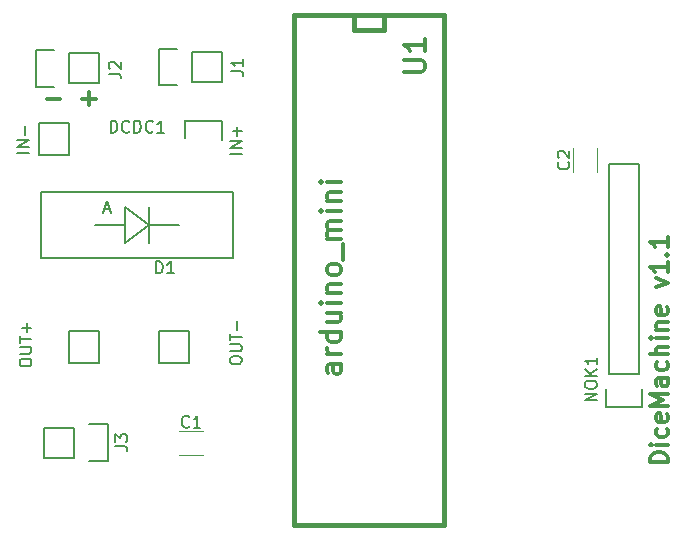
<source format=gto>
G04 #@! TF.FileFunction,Legend,Top*
%FSLAX46Y46*%
G04 Gerber Fmt 4.6, Leading zero omitted, Abs format (unit mm)*
G04 Created by KiCad (PCBNEW 4.0.7) date 11/26/17 20:16:53*
%MOMM*%
%LPD*%
G01*
G04 APERTURE LIST*
%ADD10C,0.100000*%
%ADD11C,0.300000*%
%ADD12C,0.150000*%
%ADD13C,0.381000*%
%ADD14C,0.120000*%
%ADD15C,0.304800*%
G04 APERTURE END LIST*
D10*
D11*
X158598571Y-106229999D02*
X157098571Y-106229999D01*
X157098571Y-105872856D01*
X157170000Y-105658571D01*
X157312857Y-105515713D01*
X157455714Y-105444285D01*
X157741429Y-105372856D01*
X157955714Y-105372856D01*
X158241429Y-105444285D01*
X158384286Y-105515713D01*
X158527143Y-105658571D01*
X158598571Y-105872856D01*
X158598571Y-106229999D01*
X158598571Y-104729999D02*
X157598571Y-104729999D01*
X157098571Y-104729999D02*
X157170000Y-104801428D01*
X157241429Y-104729999D01*
X157170000Y-104658571D01*
X157098571Y-104729999D01*
X157241429Y-104729999D01*
X158527143Y-103372856D02*
X158598571Y-103515713D01*
X158598571Y-103801427D01*
X158527143Y-103944285D01*
X158455714Y-104015713D01*
X158312857Y-104087142D01*
X157884286Y-104087142D01*
X157741429Y-104015713D01*
X157670000Y-103944285D01*
X157598571Y-103801427D01*
X157598571Y-103515713D01*
X157670000Y-103372856D01*
X158527143Y-102158571D02*
X158598571Y-102301428D01*
X158598571Y-102587142D01*
X158527143Y-102729999D01*
X158384286Y-102801428D01*
X157812857Y-102801428D01*
X157670000Y-102729999D01*
X157598571Y-102587142D01*
X157598571Y-102301428D01*
X157670000Y-102158571D01*
X157812857Y-102087142D01*
X157955714Y-102087142D01*
X158098571Y-102801428D01*
X158598571Y-101444285D02*
X157098571Y-101444285D01*
X158170000Y-100944285D01*
X157098571Y-100444285D01*
X158598571Y-100444285D01*
X158598571Y-99087142D02*
X157812857Y-99087142D01*
X157670000Y-99158571D01*
X157598571Y-99301428D01*
X157598571Y-99587142D01*
X157670000Y-99729999D01*
X158527143Y-99087142D02*
X158598571Y-99229999D01*
X158598571Y-99587142D01*
X158527143Y-99729999D01*
X158384286Y-99801428D01*
X158241429Y-99801428D01*
X158098571Y-99729999D01*
X158027143Y-99587142D01*
X158027143Y-99229999D01*
X157955714Y-99087142D01*
X158527143Y-97729999D02*
X158598571Y-97872856D01*
X158598571Y-98158570D01*
X158527143Y-98301428D01*
X158455714Y-98372856D01*
X158312857Y-98444285D01*
X157884286Y-98444285D01*
X157741429Y-98372856D01*
X157670000Y-98301428D01*
X157598571Y-98158570D01*
X157598571Y-97872856D01*
X157670000Y-97729999D01*
X158598571Y-97087142D02*
X157098571Y-97087142D01*
X158598571Y-96444285D02*
X157812857Y-96444285D01*
X157670000Y-96515714D01*
X157598571Y-96658571D01*
X157598571Y-96872856D01*
X157670000Y-97015714D01*
X157741429Y-97087142D01*
X158598571Y-95729999D02*
X157598571Y-95729999D01*
X157098571Y-95729999D02*
X157170000Y-95801428D01*
X157241429Y-95729999D01*
X157170000Y-95658571D01*
X157098571Y-95729999D01*
X157241429Y-95729999D01*
X157598571Y-95015713D02*
X158598571Y-95015713D01*
X157741429Y-95015713D02*
X157670000Y-94944285D01*
X157598571Y-94801427D01*
X157598571Y-94587142D01*
X157670000Y-94444285D01*
X157812857Y-94372856D01*
X158598571Y-94372856D01*
X158527143Y-93087142D02*
X158598571Y-93229999D01*
X158598571Y-93515713D01*
X158527143Y-93658570D01*
X158384286Y-93729999D01*
X157812857Y-93729999D01*
X157670000Y-93658570D01*
X157598571Y-93515713D01*
X157598571Y-93229999D01*
X157670000Y-93087142D01*
X157812857Y-93015713D01*
X157955714Y-93015713D01*
X158098571Y-93729999D01*
X157598571Y-91372856D02*
X158598571Y-91015713D01*
X157598571Y-90658571D01*
X158598571Y-89301428D02*
X158598571Y-90158571D01*
X158598571Y-89729999D02*
X157098571Y-89729999D01*
X157312857Y-89872856D01*
X157455714Y-90015714D01*
X157527143Y-90158571D01*
X158455714Y-88658571D02*
X158527143Y-88587143D01*
X158598571Y-88658571D01*
X158527143Y-88730000D01*
X158455714Y-88658571D01*
X158598571Y-88658571D01*
X158598571Y-87158571D02*
X158598571Y-88015714D01*
X158598571Y-87587142D02*
X157098571Y-87587142D01*
X157312857Y-87729999D01*
X157455714Y-87872857D01*
X157527143Y-88015714D01*
X110161428Y-75442857D02*
X109018571Y-75442857D01*
X109590000Y-74871429D02*
X109590000Y-76014286D01*
X107161428Y-75442857D02*
X106018571Y-75442857D01*
D12*
X114683080Y-86170000D02*
X117223080Y-86170000D01*
X112651080Y-86170000D02*
X110111080Y-86170000D01*
X114683080Y-86170000D02*
X112651080Y-87694000D01*
X112651080Y-87694000D02*
X112651080Y-84646000D01*
X112651080Y-84646000D02*
X114683080Y-86170000D01*
X114683080Y-87694000D02*
X114683080Y-84646000D01*
X105539080Y-83376000D02*
X105539080Y-88964000D01*
X105539080Y-88964000D02*
X121795080Y-88964000D01*
X121795080Y-88964000D02*
X121795080Y-83376000D01*
X121795080Y-83376000D02*
X105539080Y-83376000D01*
X118040000Y-97790000D02*
X118040000Y-95110000D01*
X118040000Y-95110000D02*
X115500000Y-95110000D01*
X115500000Y-95110000D02*
X115500000Y-97790000D01*
X115500000Y-97790000D02*
X118040000Y-97790000D01*
X107900000Y-97790000D02*
X110440000Y-97790000D01*
X107900000Y-95110000D02*
X107900000Y-97790000D01*
X110440000Y-95110000D02*
X107900000Y-95110000D01*
X110440000Y-97790000D02*
X110440000Y-95110000D01*
X107940000Y-80190000D02*
X107940000Y-77510000D01*
X107940000Y-77510000D02*
X105400000Y-77510000D01*
X105400000Y-77510000D02*
X105400000Y-80190000D01*
X105400000Y-80190000D02*
X107940000Y-80190000D01*
X117720000Y-78810000D02*
X117720000Y-77260000D01*
X120820000Y-77360000D02*
X120820000Y-78910000D01*
X120820000Y-77310000D02*
X117720000Y-77310000D01*
X118320000Y-71500000D02*
X120860000Y-71500000D01*
X115500000Y-71220000D02*
X117050000Y-71220000D01*
X118320000Y-71500000D02*
X118320000Y-74040000D01*
X117050000Y-74320000D02*
X115500000Y-74320000D01*
X115500000Y-74320000D02*
X115500000Y-71220000D01*
X118320000Y-74040000D02*
X120860000Y-74040000D01*
X120860000Y-74040000D02*
X120860000Y-71500000D01*
X107920000Y-71610000D02*
X110460000Y-71610000D01*
X105100000Y-71330000D02*
X106650000Y-71330000D01*
X107920000Y-71610000D02*
X107920000Y-74150000D01*
X106650000Y-74430000D02*
X105100000Y-74430000D01*
X105100000Y-74430000D02*
X105100000Y-71330000D01*
X107920000Y-74150000D02*
X110460000Y-74150000D01*
X110460000Y-74150000D02*
X110460000Y-71610000D01*
X108360000Y-105840000D02*
X105820000Y-105840000D01*
X111180000Y-106120000D02*
X109630000Y-106120000D01*
X108360000Y-105840000D02*
X108360000Y-103300000D01*
X109630000Y-103020000D02*
X111180000Y-103020000D01*
X111180000Y-103020000D02*
X111180000Y-106120000D01*
X108360000Y-103300000D02*
X105820000Y-103300000D01*
X105820000Y-103300000D02*
X105820000Y-105840000D01*
X153610000Y-98730000D02*
X153610000Y-80950000D01*
X153610000Y-80950000D02*
X156150000Y-80950000D01*
X156150000Y-80950000D02*
X156150000Y-98730000D01*
X153330000Y-101550000D02*
X153330000Y-100000000D01*
X153610000Y-98730000D02*
X156150000Y-98730000D01*
X156430000Y-100000000D02*
X156430000Y-101550000D01*
X156430000Y-101550000D02*
X153330000Y-101550000D01*
D13*
X139640000Y-68350000D02*
X139640000Y-111530000D01*
X139640000Y-111530000D02*
X126940000Y-111530000D01*
X126940000Y-111530000D02*
X126940000Y-68350000D01*
X126940000Y-68350000D02*
X139640000Y-68350000D01*
X132020000Y-68350000D02*
X132020000Y-69620000D01*
X132020000Y-69620000D02*
X134560000Y-69620000D01*
X134560000Y-69620000D02*
X134560000Y-68350000D01*
D14*
X119240000Y-103570000D02*
X117240000Y-103570000D01*
X117240000Y-105610000D02*
X119240000Y-105610000D01*
X150550000Y-79650000D02*
X150550000Y-81650000D01*
X152590000Y-81650000D02*
X152590000Y-79650000D01*
D12*
X115261905Y-90222381D02*
X115261905Y-89222381D01*
X115500000Y-89222381D01*
X115642858Y-89270000D01*
X115738096Y-89365238D01*
X115785715Y-89460476D01*
X115833334Y-89650952D01*
X115833334Y-89793810D01*
X115785715Y-89984286D01*
X115738096Y-90079524D01*
X115642858Y-90174762D01*
X115500000Y-90222381D01*
X115261905Y-90222381D01*
X116785715Y-90222381D02*
X116214286Y-90222381D01*
X116500000Y-90222381D02*
X116500000Y-89222381D01*
X116404762Y-89365238D01*
X116309524Y-89460476D01*
X116214286Y-89508095D01*
X110888985Y-84812667D02*
X111365176Y-84812667D01*
X110793747Y-85098381D02*
X111127080Y-84098381D01*
X111460414Y-85098381D01*
X111431905Y-78312381D02*
X111431905Y-77312381D01*
X111670000Y-77312381D01*
X111812858Y-77360000D01*
X111908096Y-77455238D01*
X111955715Y-77550476D01*
X112003334Y-77740952D01*
X112003334Y-77883810D01*
X111955715Y-78074286D01*
X111908096Y-78169524D01*
X111812858Y-78264762D01*
X111670000Y-78312381D01*
X111431905Y-78312381D01*
X113003334Y-78217143D02*
X112955715Y-78264762D01*
X112812858Y-78312381D01*
X112717620Y-78312381D01*
X112574762Y-78264762D01*
X112479524Y-78169524D01*
X112431905Y-78074286D01*
X112384286Y-77883810D01*
X112384286Y-77740952D01*
X112431905Y-77550476D01*
X112479524Y-77455238D01*
X112574762Y-77360000D01*
X112717620Y-77312381D01*
X112812858Y-77312381D01*
X112955715Y-77360000D01*
X113003334Y-77407619D01*
X113431905Y-78312381D02*
X113431905Y-77312381D01*
X113670000Y-77312381D01*
X113812858Y-77360000D01*
X113908096Y-77455238D01*
X113955715Y-77550476D01*
X114003334Y-77740952D01*
X114003334Y-77883810D01*
X113955715Y-78074286D01*
X113908096Y-78169524D01*
X113812858Y-78264762D01*
X113670000Y-78312381D01*
X113431905Y-78312381D01*
X115003334Y-78217143D02*
X114955715Y-78264762D01*
X114812858Y-78312381D01*
X114717620Y-78312381D01*
X114574762Y-78264762D01*
X114479524Y-78169524D01*
X114431905Y-78074286D01*
X114384286Y-77883810D01*
X114384286Y-77740952D01*
X114431905Y-77550476D01*
X114479524Y-77455238D01*
X114574762Y-77360000D01*
X114717620Y-77312381D01*
X114812858Y-77312381D01*
X114955715Y-77360000D01*
X115003334Y-77407619D01*
X115955715Y-78312381D02*
X115384286Y-78312381D01*
X115670000Y-78312381D02*
X115670000Y-77312381D01*
X115574762Y-77455238D01*
X115479524Y-77550476D01*
X115384286Y-77598095D01*
X121522381Y-97679048D02*
X121522381Y-97488571D01*
X121570000Y-97393333D01*
X121665238Y-97298095D01*
X121855714Y-97250476D01*
X122189048Y-97250476D01*
X122379524Y-97298095D01*
X122474762Y-97393333D01*
X122522381Y-97488571D01*
X122522381Y-97679048D01*
X122474762Y-97774286D01*
X122379524Y-97869524D01*
X122189048Y-97917143D01*
X121855714Y-97917143D01*
X121665238Y-97869524D01*
X121570000Y-97774286D01*
X121522381Y-97679048D01*
X121522381Y-96821905D02*
X122331905Y-96821905D01*
X122427143Y-96774286D01*
X122474762Y-96726667D01*
X122522381Y-96631429D01*
X122522381Y-96440952D01*
X122474762Y-96345714D01*
X122427143Y-96298095D01*
X122331905Y-96250476D01*
X121522381Y-96250476D01*
X121522381Y-95917143D02*
X121522381Y-95345714D01*
X122522381Y-95631429D02*
X121522381Y-95631429D01*
X122141429Y-95012381D02*
X122141429Y-94250476D01*
X103722381Y-97879048D02*
X103722381Y-97688571D01*
X103770000Y-97593333D01*
X103865238Y-97498095D01*
X104055714Y-97450476D01*
X104389048Y-97450476D01*
X104579524Y-97498095D01*
X104674762Y-97593333D01*
X104722381Y-97688571D01*
X104722381Y-97879048D01*
X104674762Y-97974286D01*
X104579524Y-98069524D01*
X104389048Y-98117143D01*
X104055714Y-98117143D01*
X103865238Y-98069524D01*
X103770000Y-97974286D01*
X103722381Y-97879048D01*
X103722381Y-97021905D02*
X104531905Y-97021905D01*
X104627143Y-96974286D01*
X104674762Y-96926667D01*
X104722381Y-96831429D01*
X104722381Y-96640952D01*
X104674762Y-96545714D01*
X104627143Y-96498095D01*
X104531905Y-96450476D01*
X103722381Y-96450476D01*
X103722381Y-96117143D02*
X103722381Y-95545714D01*
X104722381Y-95831429D02*
X103722381Y-95831429D01*
X104341429Y-95212381D02*
X104341429Y-94450476D01*
X104722381Y-94831428D02*
X103960476Y-94831428D01*
X104522381Y-80002857D02*
X103522381Y-80002857D01*
X104522381Y-79526667D02*
X103522381Y-79526667D01*
X104522381Y-78955238D01*
X103522381Y-78955238D01*
X104141429Y-78479048D02*
X104141429Y-77717143D01*
X122522381Y-80102857D02*
X121522381Y-80102857D01*
X122522381Y-79626667D02*
X121522381Y-79626667D01*
X122522381Y-79055238D01*
X121522381Y-79055238D01*
X122141429Y-78579048D02*
X122141429Y-77817143D01*
X122522381Y-78198095D02*
X121760476Y-78198095D01*
X121662381Y-73113333D02*
X122376667Y-73113333D01*
X122519524Y-73160953D01*
X122614762Y-73256191D01*
X122662381Y-73399048D01*
X122662381Y-73494286D01*
X122662381Y-72113333D02*
X122662381Y-72684762D01*
X122662381Y-72399048D02*
X121662381Y-72399048D01*
X121805238Y-72494286D01*
X121900476Y-72589524D01*
X121948095Y-72684762D01*
X111282381Y-73333333D02*
X111996667Y-73333333D01*
X112139524Y-73380953D01*
X112234762Y-73476191D01*
X112282381Y-73619048D01*
X112282381Y-73714286D01*
X111377619Y-72904762D02*
X111330000Y-72857143D01*
X111282381Y-72761905D01*
X111282381Y-72523809D01*
X111330000Y-72428571D01*
X111377619Y-72380952D01*
X111472857Y-72333333D01*
X111568095Y-72333333D01*
X111710952Y-72380952D01*
X112282381Y-72952381D01*
X112282381Y-72333333D01*
X111842381Y-104873333D02*
X112556667Y-104873333D01*
X112699524Y-104920953D01*
X112794762Y-105016191D01*
X112842381Y-105159048D01*
X112842381Y-105254286D01*
X111842381Y-104492381D02*
X111842381Y-103873333D01*
X112223333Y-104206667D01*
X112223333Y-104063809D01*
X112270952Y-103968571D01*
X112318571Y-103920952D01*
X112413810Y-103873333D01*
X112651905Y-103873333D01*
X112747143Y-103920952D01*
X112794762Y-103968571D01*
X112842381Y-104063809D01*
X112842381Y-104349524D01*
X112794762Y-104444762D01*
X112747143Y-104492381D01*
X152582381Y-100995714D02*
X151582381Y-100995714D01*
X152582381Y-100424285D01*
X151582381Y-100424285D01*
X151582381Y-99757619D02*
X151582381Y-99567142D01*
X151630000Y-99471904D01*
X151725238Y-99376666D01*
X151915714Y-99329047D01*
X152249048Y-99329047D01*
X152439524Y-99376666D01*
X152534762Y-99471904D01*
X152582381Y-99567142D01*
X152582381Y-99757619D01*
X152534762Y-99852857D01*
X152439524Y-99948095D01*
X152249048Y-99995714D01*
X151915714Y-99995714D01*
X151725238Y-99948095D01*
X151630000Y-99852857D01*
X151582381Y-99757619D01*
X152582381Y-98900476D02*
X151582381Y-98900476D01*
X152582381Y-98329047D02*
X152010952Y-98757619D01*
X151582381Y-98329047D02*
X152153810Y-98900476D01*
X152582381Y-97376666D02*
X152582381Y-97948095D01*
X152582381Y-97662381D02*
X151582381Y-97662381D01*
X151725238Y-97757619D01*
X151820476Y-97852857D01*
X151868095Y-97948095D01*
D15*
X136286333Y-73214667D02*
X137725667Y-73214667D01*
X137895000Y-73130000D01*
X137979667Y-73045333D01*
X138064333Y-72876000D01*
X138064333Y-72537333D01*
X137979667Y-72368000D01*
X137895000Y-72283333D01*
X137725667Y-72198667D01*
X136286333Y-72198667D01*
X138064333Y-70420666D02*
X138064333Y-71436666D01*
X138064333Y-70928666D02*
X136286333Y-70928666D01*
X136540333Y-71098000D01*
X136709667Y-71267333D01*
X136794333Y-71436666D01*
X130919333Y-97898669D02*
X129988000Y-97898669D01*
X129818667Y-97983335D01*
X129734000Y-98152669D01*
X129734000Y-98491335D01*
X129818667Y-98660669D01*
X130834667Y-97898669D02*
X130919333Y-98068002D01*
X130919333Y-98491335D01*
X130834667Y-98660669D01*
X130665333Y-98745335D01*
X130496000Y-98745335D01*
X130326667Y-98660669D01*
X130242000Y-98491335D01*
X130242000Y-98068002D01*
X130157333Y-97898669D01*
X130919333Y-97052002D02*
X129734000Y-97052002D01*
X130072667Y-97052002D02*
X129903333Y-96967335D01*
X129818667Y-96882668D01*
X129734000Y-96713335D01*
X129734000Y-96544002D01*
X130919333Y-95189335D02*
X129141333Y-95189335D01*
X130834667Y-95189335D02*
X130919333Y-95358668D01*
X130919333Y-95697335D01*
X130834667Y-95866668D01*
X130750000Y-95951335D01*
X130580667Y-96036001D01*
X130072667Y-96036001D01*
X129903333Y-95951335D01*
X129818667Y-95866668D01*
X129734000Y-95697335D01*
X129734000Y-95358668D01*
X129818667Y-95189335D01*
X129734000Y-93580668D02*
X130919333Y-93580668D01*
X129734000Y-94342668D02*
X130665333Y-94342668D01*
X130834667Y-94258001D01*
X130919333Y-94088668D01*
X130919333Y-93834668D01*
X130834667Y-93665334D01*
X130750000Y-93580668D01*
X130919333Y-92734001D02*
X129734000Y-92734001D01*
X129141333Y-92734001D02*
X129226000Y-92818667D01*
X129310667Y-92734001D01*
X129226000Y-92649334D01*
X129141333Y-92734001D01*
X129310667Y-92734001D01*
X129734000Y-91887334D02*
X130919333Y-91887334D01*
X129903333Y-91887334D02*
X129818667Y-91802667D01*
X129734000Y-91633334D01*
X129734000Y-91379334D01*
X129818667Y-91210000D01*
X129988000Y-91125334D01*
X130919333Y-91125334D01*
X130919333Y-90024667D02*
X130834667Y-90194000D01*
X130750000Y-90278667D01*
X130580667Y-90363333D01*
X130072667Y-90363333D01*
X129903333Y-90278667D01*
X129818667Y-90194000D01*
X129734000Y-90024667D01*
X129734000Y-89770667D01*
X129818667Y-89601333D01*
X129903333Y-89516667D01*
X130072667Y-89432000D01*
X130580667Y-89432000D01*
X130750000Y-89516667D01*
X130834667Y-89601333D01*
X130919333Y-89770667D01*
X130919333Y-90024667D01*
X131088667Y-89093333D02*
X131088667Y-87738666D01*
X130919333Y-87315333D02*
X129734000Y-87315333D01*
X129903333Y-87315333D02*
X129818667Y-87230666D01*
X129734000Y-87061333D01*
X129734000Y-86807333D01*
X129818667Y-86637999D01*
X129988000Y-86553333D01*
X130919333Y-86553333D01*
X129988000Y-86553333D02*
X129818667Y-86468666D01*
X129734000Y-86299333D01*
X129734000Y-86045333D01*
X129818667Y-85875999D01*
X129988000Y-85791333D01*
X130919333Y-85791333D01*
X130919333Y-84944666D02*
X129734000Y-84944666D01*
X129141333Y-84944666D02*
X129226000Y-85029332D01*
X129310667Y-84944666D01*
X129226000Y-84859999D01*
X129141333Y-84944666D01*
X129310667Y-84944666D01*
X129734000Y-84097999D02*
X130919333Y-84097999D01*
X129903333Y-84097999D02*
X129818667Y-84013332D01*
X129734000Y-83843999D01*
X129734000Y-83589999D01*
X129818667Y-83420665D01*
X129988000Y-83335999D01*
X130919333Y-83335999D01*
X130919333Y-82489332D02*
X129734000Y-82489332D01*
X129141333Y-82489332D02*
X129226000Y-82573998D01*
X129310667Y-82489332D01*
X129226000Y-82404665D01*
X129141333Y-82489332D01*
X129310667Y-82489332D01*
D12*
X118073334Y-103197143D02*
X118025715Y-103244762D01*
X117882858Y-103292381D01*
X117787620Y-103292381D01*
X117644762Y-103244762D01*
X117549524Y-103149524D01*
X117501905Y-103054286D01*
X117454286Y-102863810D01*
X117454286Y-102720952D01*
X117501905Y-102530476D01*
X117549524Y-102435238D01*
X117644762Y-102340000D01*
X117787620Y-102292381D01*
X117882858Y-102292381D01*
X118025715Y-102340000D01*
X118073334Y-102387619D01*
X119025715Y-103292381D02*
X118454286Y-103292381D01*
X118740000Y-103292381D02*
X118740000Y-102292381D01*
X118644762Y-102435238D01*
X118549524Y-102530476D01*
X118454286Y-102578095D01*
X150177143Y-80816666D02*
X150224762Y-80864285D01*
X150272381Y-81007142D01*
X150272381Y-81102380D01*
X150224762Y-81245238D01*
X150129524Y-81340476D01*
X150034286Y-81388095D01*
X149843810Y-81435714D01*
X149700952Y-81435714D01*
X149510476Y-81388095D01*
X149415238Y-81340476D01*
X149320000Y-81245238D01*
X149272381Y-81102380D01*
X149272381Y-81007142D01*
X149320000Y-80864285D01*
X149367619Y-80816666D01*
X149367619Y-80435714D02*
X149320000Y-80388095D01*
X149272381Y-80292857D01*
X149272381Y-80054761D01*
X149320000Y-79959523D01*
X149367619Y-79911904D01*
X149462857Y-79864285D01*
X149558095Y-79864285D01*
X149700952Y-79911904D01*
X150272381Y-80483333D01*
X150272381Y-79864285D01*
M02*

</source>
